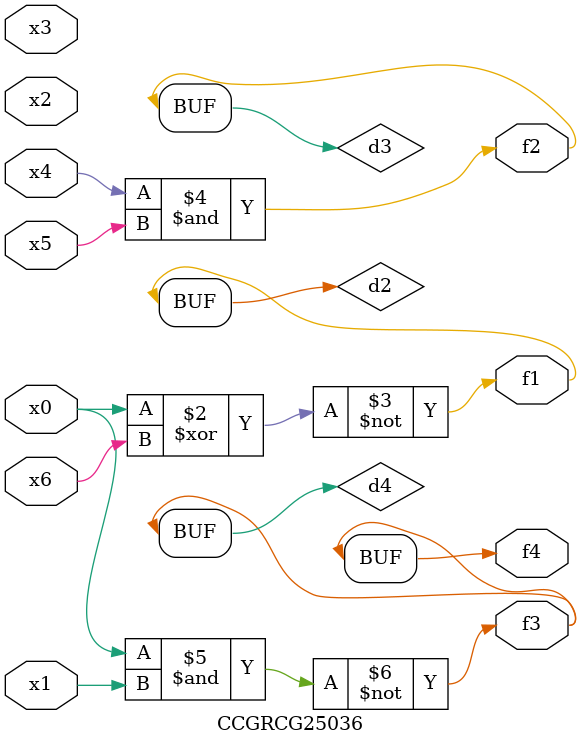
<source format=v>
module CCGRCG25036(
	input x0, x1, x2, x3, x4, x5, x6,
	output f1, f2, f3, f4
);

	wire d1, d2, d3, d4;

	nor (d1, x0);
	xnor (d2, x0, x6);
	and (d3, x4, x5);
	nand (d4, x0, x1);
	assign f1 = d2;
	assign f2 = d3;
	assign f3 = d4;
	assign f4 = d4;
endmodule

</source>
